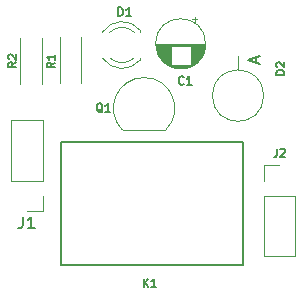
<source format=gbr>
%TF.GenerationSoftware,KiCad,Pcbnew,(5.1.12)-1*%
%TF.CreationDate,2023-08-22T21:21:53+05:30*%
%TF.ProjectId,SINGLE CHANNEL RELAY MODULE,53494e47-4c45-4204-9348-414e4e454c20,rev?*%
%TF.SameCoordinates,Original*%
%TF.FileFunction,Legend,Top*%
%TF.FilePolarity,Positive*%
%FSLAX46Y46*%
G04 Gerber Fmt 4.6, Leading zero omitted, Abs format (unit mm)*
G04 Created by KiCad (PCBNEW (5.1.12)-1) date 2023-08-22 21:21:53*
%MOMM*%
%LPD*%
G01*
G04 APERTURE LIST*
%ADD10C,0.120000*%
%ADD11C,0.127000*%
%ADD12C,0.150000*%
G04 APERTURE END LIST*
D10*
%TO.C,D2*%
X163054899Y-82530000D02*
G75*
G03*
X163054899Y-82530000I-2174899J0D01*
G01*
X160880000Y-80355101D02*
X160880000Y-79150000D01*
%TO.C,C1*%
X158140000Y-78140000D02*
G75*
G03*
X158140000Y-78140000I-2120000J0D01*
G01*
X158100000Y-78140000D02*
X153940000Y-78140000D01*
X158100000Y-78180000D02*
X153940000Y-78180000D01*
X158099000Y-78220000D02*
X153941000Y-78220000D01*
X158097000Y-78260000D02*
X153943000Y-78260000D01*
X158094000Y-78300000D02*
X153946000Y-78300000D01*
X158091000Y-78340000D02*
X156860000Y-78340000D01*
X155180000Y-78340000D02*
X153949000Y-78340000D01*
X158087000Y-78380000D02*
X156860000Y-78380000D01*
X155180000Y-78380000D02*
X153953000Y-78380000D01*
X158082000Y-78420000D02*
X156860000Y-78420000D01*
X155180000Y-78420000D02*
X153958000Y-78420000D01*
X158076000Y-78460000D02*
X156860000Y-78460000D01*
X155180000Y-78460000D02*
X153964000Y-78460000D01*
X158070000Y-78500000D02*
X156860000Y-78500000D01*
X155180000Y-78500000D02*
X153970000Y-78500000D01*
X158062000Y-78540000D02*
X156860000Y-78540000D01*
X155180000Y-78540000D02*
X153978000Y-78540000D01*
X158054000Y-78580000D02*
X156860000Y-78580000D01*
X155180000Y-78580000D02*
X153986000Y-78580000D01*
X158045000Y-78620000D02*
X156860000Y-78620000D01*
X155180000Y-78620000D02*
X153995000Y-78620000D01*
X158036000Y-78660000D02*
X156860000Y-78660000D01*
X155180000Y-78660000D02*
X154004000Y-78660000D01*
X158025000Y-78700000D02*
X156860000Y-78700000D01*
X155180000Y-78700000D02*
X154015000Y-78700000D01*
X158014000Y-78740000D02*
X156860000Y-78740000D01*
X155180000Y-78740000D02*
X154026000Y-78740000D01*
X158002000Y-78780000D02*
X156860000Y-78780000D01*
X155180000Y-78780000D02*
X154038000Y-78780000D01*
X157988000Y-78820000D02*
X156860000Y-78820000D01*
X155180000Y-78820000D02*
X154052000Y-78820000D01*
X157974000Y-78861000D02*
X156860000Y-78861000D01*
X155180000Y-78861000D02*
X154066000Y-78861000D01*
X157960000Y-78901000D02*
X156860000Y-78901000D01*
X155180000Y-78901000D02*
X154080000Y-78901000D01*
X157944000Y-78941000D02*
X156860000Y-78941000D01*
X155180000Y-78941000D02*
X154096000Y-78941000D01*
X157927000Y-78981000D02*
X156860000Y-78981000D01*
X155180000Y-78981000D02*
X154113000Y-78981000D01*
X157909000Y-79021000D02*
X156860000Y-79021000D01*
X155180000Y-79021000D02*
X154131000Y-79021000D01*
X157890000Y-79061000D02*
X156860000Y-79061000D01*
X155180000Y-79061000D02*
X154150000Y-79061000D01*
X157871000Y-79101000D02*
X156860000Y-79101000D01*
X155180000Y-79101000D02*
X154169000Y-79101000D01*
X157850000Y-79141000D02*
X156860000Y-79141000D01*
X155180000Y-79141000D02*
X154190000Y-79141000D01*
X157828000Y-79181000D02*
X156860000Y-79181000D01*
X155180000Y-79181000D02*
X154212000Y-79181000D01*
X157805000Y-79221000D02*
X156860000Y-79221000D01*
X155180000Y-79221000D02*
X154235000Y-79221000D01*
X157780000Y-79261000D02*
X156860000Y-79261000D01*
X155180000Y-79261000D02*
X154260000Y-79261000D01*
X157755000Y-79301000D02*
X156860000Y-79301000D01*
X155180000Y-79301000D02*
X154285000Y-79301000D01*
X157728000Y-79341000D02*
X156860000Y-79341000D01*
X155180000Y-79341000D02*
X154312000Y-79341000D01*
X157700000Y-79381000D02*
X156860000Y-79381000D01*
X155180000Y-79381000D02*
X154340000Y-79381000D01*
X157670000Y-79421000D02*
X156860000Y-79421000D01*
X155180000Y-79421000D02*
X154370000Y-79421000D01*
X157639000Y-79461000D02*
X156860000Y-79461000D01*
X155180000Y-79461000D02*
X154401000Y-79461000D01*
X157607000Y-79501000D02*
X156860000Y-79501000D01*
X155180000Y-79501000D02*
X154433000Y-79501000D01*
X157572000Y-79541000D02*
X156860000Y-79541000D01*
X155180000Y-79541000D02*
X154468000Y-79541000D01*
X157536000Y-79581000D02*
X156860000Y-79581000D01*
X155180000Y-79581000D02*
X154504000Y-79581000D01*
X157498000Y-79621000D02*
X156860000Y-79621000D01*
X155180000Y-79621000D02*
X154542000Y-79621000D01*
X157458000Y-79661000D02*
X156860000Y-79661000D01*
X155180000Y-79661000D02*
X154582000Y-79661000D01*
X157416000Y-79701000D02*
X156860000Y-79701000D01*
X155180000Y-79701000D02*
X154624000Y-79701000D01*
X157371000Y-79741000D02*
X156860000Y-79741000D01*
X155180000Y-79741000D02*
X154669000Y-79741000D01*
X157324000Y-79781000D02*
X156860000Y-79781000D01*
X155180000Y-79781000D02*
X154716000Y-79781000D01*
X157274000Y-79821000D02*
X156860000Y-79821000D01*
X155180000Y-79821000D02*
X154766000Y-79821000D01*
X157220000Y-79861000D02*
X156860000Y-79861000D01*
X155180000Y-79861000D02*
X154820000Y-79861000D01*
X157162000Y-79901000D02*
X156860000Y-79901000D01*
X155180000Y-79901000D02*
X154878000Y-79901000D01*
X157100000Y-79941000D02*
X156860000Y-79941000D01*
X155180000Y-79941000D02*
X154940000Y-79941000D01*
X157033000Y-79981000D02*
X155007000Y-79981000D01*
X156960000Y-80021000D02*
X155080000Y-80021000D01*
X156879000Y-80061000D02*
X155161000Y-80061000D01*
X156788000Y-80101000D02*
X155252000Y-80101000D01*
X156684000Y-80141000D02*
X155356000Y-80141000D01*
X156557000Y-80181000D02*
X155483000Y-80181000D01*
X156390000Y-80221000D02*
X155650000Y-80221000D01*
X157215000Y-75870199D02*
X157215000Y-76270199D01*
X157415000Y-76070199D02*
X157015000Y-76070199D01*
%TO.C,R2*%
X142430000Y-81530000D02*
X142430000Y-77690000D01*
X144270000Y-81530000D02*
X144270000Y-77690000D01*
%TO.C,R1*%
X147610000Y-77590000D02*
X147610000Y-81430000D01*
X145770000Y-77590000D02*
X145770000Y-81430000D01*
%TO.C,Q1*%
X154768478Y-85438478D02*
G75*
G03*
X152930000Y-81000000I-1838478J1838478D01*
G01*
X151091522Y-85438478D02*
G75*
G02*
X152930000Y-81000000I1838478J1838478D01*
G01*
X151130000Y-85450000D02*
X154730000Y-85450000D01*
D11*
%TO.C,K1*%
X161290000Y-96840000D02*
X145890000Y-96840000D01*
X145890000Y-96840000D02*
X145890000Y-86440000D01*
X145890000Y-86440000D02*
X161290000Y-86440000D01*
X161290000Y-86440000D02*
X161290000Y-96840000D01*
D10*
%TO.C,J2*%
X163060000Y-96150000D02*
X165720000Y-96150000D01*
X163060000Y-91010000D02*
X163060000Y-96150000D01*
X165720000Y-91010000D02*
X165720000Y-96150000D01*
X163060000Y-91010000D02*
X165720000Y-91010000D01*
X163060000Y-89740000D02*
X163060000Y-88410000D01*
X163060000Y-88410000D02*
X164390000Y-88410000D01*
%TO.C,J1*%
X144330000Y-84590000D02*
X141670000Y-84590000D01*
X144330000Y-89730000D02*
X144330000Y-84590000D01*
X141670000Y-89730000D02*
X141670000Y-84590000D01*
X144330000Y-89730000D02*
X141670000Y-89730000D01*
X144330000Y-91000000D02*
X144330000Y-92330000D01*
X144330000Y-92330000D02*
X143000000Y-92330000D01*
%TO.C,D1*%
X150018870Y-77170163D02*
G75*
G02*
X152100961Y-77170000I1041130J-1079837D01*
G01*
X150018870Y-79329837D02*
G75*
G03*
X152100961Y-79330000I1041130J1079837D01*
G01*
X149387665Y-77171392D02*
G75*
G02*
X152620000Y-77014484I1672335J-1078608D01*
G01*
X149387665Y-79328608D02*
G75*
G03*
X152620000Y-79485516I1672335J1078608D01*
G01*
X152620000Y-79486000D02*
X152620000Y-79330000D01*
X152620000Y-77170000D02*
X152620000Y-77014000D01*
%TO.C,D2*%
D12*
X164816666Y-80766666D02*
X164116666Y-80766666D01*
X164116666Y-80600000D01*
X164150000Y-80500000D01*
X164216666Y-80433333D01*
X164283333Y-80400000D01*
X164416666Y-80366666D01*
X164516666Y-80366666D01*
X164650000Y-80400000D01*
X164716666Y-80433333D01*
X164783333Y-80500000D01*
X164816666Y-80600000D01*
X164816666Y-80766666D01*
X164183333Y-80100000D02*
X164150000Y-80066666D01*
X164116666Y-80000000D01*
X164116666Y-79833333D01*
X164150000Y-79766666D01*
X164183333Y-79733333D01*
X164250000Y-79700000D01*
X164316666Y-79700000D01*
X164416666Y-79733333D01*
X164816666Y-80133333D01*
X164816666Y-79700000D01*
X162446666Y-79788095D02*
X162446666Y-79311904D01*
X162732380Y-79883333D02*
X161732380Y-79550000D01*
X162732380Y-79216666D01*
%TO.C,C1*%
X156283333Y-81525000D02*
X156250000Y-81558333D01*
X156150000Y-81591666D01*
X156083333Y-81591666D01*
X155983333Y-81558333D01*
X155916666Y-81491666D01*
X155883333Y-81425000D01*
X155850000Y-81291666D01*
X155850000Y-81191666D01*
X155883333Y-81058333D01*
X155916666Y-80991666D01*
X155983333Y-80925000D01*
X156083333Y-80891666D01*
X156150000Y-80891666D01*
X156250000Y-80925000D01*
X156283333Y-80958333D01*
X156950000Y-81591666D02*
X156550000Y-81591666D01*
X156750000Y-81591666D02*
X156750000Y-80891666D01*
X156683333Y-80991666D01*
X156616666Y-81058333D01*
X156550000Y-81091666D01*
%TO.C,R2*%
X142116666Y-79716666D02*
X141783333Y-79950000D01*
X142116666Y-80116666D02*
X141416666Y-80116666D01*
X141416666Y-79850000D01*
X141450000Y-79783333D01*
X141483333Y-79750000D01*
X141550000Y-79716666D01*
X141650000Y-79716666D01*
X141716666Y-79750000D01*
X141750000Y-79783333D01*
X141783333Y-79850000D01*
X141783333Y-80116666D01*
X141483333Y-79450000D02*
X141450000Y-79416666D01*
X141416666Y-79350000D01*
X141416666Y-79183333D01*
X141450000Y-79116666D01*
X141483333Y-79083333D01*
X141550000Y-79050000D01*
X141616666Y-79050000D01*
X141716666Y-79083333D01*
X142116666Y-79483333D01*
X142116666Y-79050000D01*
%TO.C,R1*%
X145391666Y-79741666D02*
X145058333Y-79975000D01*
X145391666Y-80141666D02*
X144691666Y-80141666D01*
X144691666Y-79875000D01*
X144725000Y-79808333D01*
X144758333Y-79775000D01*
X144825000Y-79741666D01*
X144925000Y-79741666D01*
X144991666Y-79775000D01*
X145025000Y-79808333D01*
X145058333Y-79875000D01*
X145058333Y-80141666D01*
X145391666Y-79075000D02*
X145391666Y-79475000D01*
X145391666Y-79275000D02*
X144691666Y-79275000D01*
X144791666Y-79341666D01*
X144858333Y-79408333D01*
X144891666Y-79475000D01*
%TO.C,Q1*%
X149408333Y-83958333D02*
X149341666Y-83925000D01*
X149275000Y-83858333D01*
X149175000Y-83758333D01*
X149108333Y-83725000D01*
X149041666Y-83725000D01*
X149075000Y-83891666D02*
X149008333Y-83858333D01*
X148941666Y-83791666D01*
X148908333Y-83658333D01*
X148908333Y-83425000D01*
X148941666Y-83291666D01*
X149008333Y-83225000D01*
X149075000Y-83191666D01*
X149208333Y-83191666D01*
X149275000Y-83225000D01*
X149341666Y-83291666D01*
X149375000Y-83425000D01*
X149375000Y-83658333D01*
X149341666Y-83791666D01*
X149275000Y-83858333D01*
X149208333Y-83891666D01*
X149075000Y-83891666D01*
X150041666Y-83891666D02*
X149641666Y-83891666D01*
X149841666Y-83891666D02*
X149841666Y-83191666D01*
X149775000Y-83291666D01*
X149708333Y-83358333D01*
X149641666Y-83391666D01*
%TO.C,K1*%
X152883333Y-98741666D02*
X152883333Y-98041666D01*
X153283333Y-98741666D02*
X152983333Y-98341666D01*
X153283333Y-98041666D02*
X152883333Y-98441666D01*
X153950000Y-98741666D02*
X153550000Y-98741666D01*
X153750000Y-98741666D02*
X153750000Y-98041666D01*
X153683333Y-98141666D01*
X153616666Y-98208333D01*
X153550000Y-98241666D01*
%TO.C,J2*%
X164156666Y-87026666D02*
X164156666Y-87526666D01*
X164123333Y-87626666D01*
X164056666Y-87693333D01*
X163956666Y-87726666D01*
X163890000Y-87726666D01*
X164456666Y-87093333D02*
X164490000Y-87060000D01*
X164556666Y-87026666D01*
X164723333Y-87026666D01*
X164790000Y-87060000D01*
X164823333Y-87093333D01*
X164856666Y-87160000D01*
X164856666Y-87226666D01*
X164823333Y-87326666D01*
X164423333Y-87726666D01*
X164856666Y-87726666D01*
%TO.C,J1*%
X142666666Y-92782380D02*
X142666666Y-93496666D01*
X142619047Y-93639523D01*
X142523809Y-93734761D01*
X142380952Y-93782380D01*
X142285714Y-93782380D01*
X143666666Y-93782380D02*
X143095238Y-93782380D01*
X143380952Y-93782380D02*
X143380952Y-92782380D01*
X143285714Y-92925238D01*
X143190476Y-93020476D01*
X143095238Y-93068095D01*
%TO.C,D1*%
X150758333Y-75766666D02*
X150758333Y-75066666D01*
X150925000Y-75066666D01*
X151025000Y-75100000D01*
X151091666Y-75166666D01*
X151125000Y-75233333D01*
X151158333Y-75366666D01*
X151158333Y-75466666D01*
X151125000Y-75600000D01*
X151091666Y-75666666D01*
X151025000Y-75733333D01*
X150925000Y-75766666D01*
X150758333Y-75766666D01*
X151825000Y-75766666D02*
X151425000Y-75766666D01*
X151625000Y-75766666D02*
X151625000Y-75066666D01*
X151558333Y-75166666D01*
X151491666Y-75233333D01*
X151425000Y-75266666D01*
%TD*%
M02*

</source>
